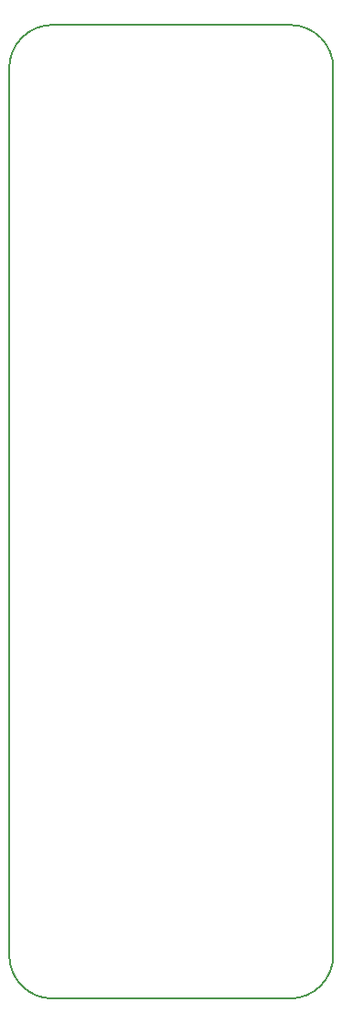
<source format=gbr>
%TF.GenerationSoftware,KiCad,Pcbnew,8.0.4*%
%TF.CreationDate,2024-08-16T18:46:30+09:00*%
%TF.ProjectId,accel-brake-sig-converter-board,61636365-6c2d-4627-9261-6b652d736967,rev?*%
%TF.SameCoordinates,Original*%
%TF.FileFunction,Profile,NP*%
%FSLAX46Y46*%
G04 Gerber Fmt 4.6, Leading zero omitted, Abs format (unit mm)*
G04 Created by KiCad (PCBNEW 8.0.4) date 2024-08-16 18:46:30*
%MOMM*%
%LPD*%
G01*
G04 APERTURE LIST*
%TA.AperFunction,Profile*%
%ADD10C,0.200000*%
%TD*%
G04 APERTURE END LIST*
D10*
X0Y-86000000D02*
X0Y-4000000D01*
X26000000Y0D02*
G75*
G02*
X30000000Y-4000000I0J-4000000D01*
G01*
X30000000Y-86000000D02*
G75*
G02*
X26000000Y-90000000I-4000000J0D01*
G01*
X0Y-4000000D02*
G75*
G02*
X4000000Y0I4000000J0D01*
G01*
X26000000Y-90000000D02*
X4000000Y-90000000D01*
X4000000Y-90000000D02*
G75*
G02*
X0Y-86000000I0J4000000D01*
G01*
X4000000Y0D02*
X26000000Y0D01*
X30000000Y-4000000D02*
X30000000Y-86000000D01*
M02*

</source>
